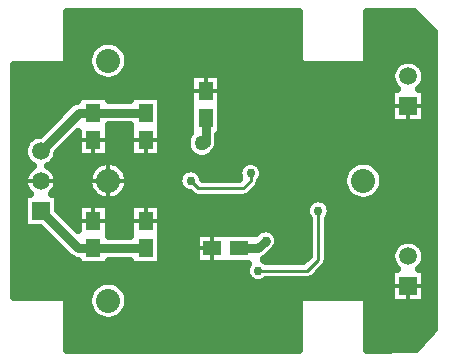
<source format=gbr>
G04 DipTrace 3.3.1.3*
G04 Bottom.gbr*
%MOIN*%
G04 #@! TF.FileFunction,Copper,L2,Bot*
G04 #@! TF.Part,Single*
G04 #@! TA.AperFunction,ViaPad*
%ADD14C,0.03*%
G04 #@! TA.AperFunction,Conductor*
%ADD16C,0.01*%
G04 #@! TA.AperFunction,CopperBalancing*
%ADD17C,0.025*%
%ADD18C,0.013*%
%ADD20R,0.05X0.06*%
%ADD21R,0.06X0.05*%
G04 #@! TA.AperFunction,ViaPad*
%ADD22C,0.05*%
G04 #@! TA.AperFunction,ComponentPad*
%ADD23R,0.05937X0.05937*%
%ADD24C,0.05937*%
%ADD30C,0.08*%
%FSLAX26Y26*%
G04*
G70*
G90*
G75*
G01*
G04 Bottom*
%LPD*%
X300000Y827500D2*
D14*
X254075D1*
X125000Y698425D1*
X475000Y827500D2*
X300000D1*
X675000Y810000D2*
Y725000D1*
X662500D1*
X300000Y375000D2*
X250000D1*
X125000Y500000D1*
X475000Y375000D2*
X300000D1*
X875000Y400000D2*
X850000Y375000D1*
X787500D1*
X625000Y600000D2*
D16*
X650000Y575000D1*
X800000D1*
X825000Y600000D1*
Y625000D1*
X1050000Y500000D2*
Y337500D1*
X1012500Y300000D1*
X850000D1*
D14*
X875000Y400000D3*
X625000Y600000D3*
X825000Y625000D3*
X850000Y300000D3*
X1050000Y500000D3*
D22*
Y250000D3*
Y775000D3*
X662500Y725000D3*
X214989Y1137631D2*
D17*
X985016D1*
X1215010D2*
X1392194D1*
X214989Y1112762D2*
X985016D1*
X1215010D2*
X1417061D1*
X214989Y1087894D2*
X985016D1*
X1215010D2*
X1435004D1*
X214989Y1063025D2*
X326290D1*
X373705D2*
X985016D1*
X1215010D2*
X1435004D1*
X214989Y1038156D2*
X293025D1*
X406970D2*
X985016D1*
X1215010D2*
X1435004D1*
X214989Y1013287D2*
X282332D1*
X417663D2*
X985016D1*
X1215010D2*
X1435004D1*
X207202Y988419D2*
X282009D1*
X417986D2*
X992803D1*
X1207187D2*
X1308045D1*
X1391955D2*
X1435004D1*
X40018Y963550D2*
X291877D1*
X408118D2*
X1293405D1*
X1406595D2*
X1435004D1*
X40018Y938681D2*
X321768D1*
X378226D2*
X621007D1*
X728994D2*
X1292149D1*
X1407851D2*
X1435004D1*
X40018Y913812D2*
X621007D1*
X728994D2*
X1303237D1*
X1396763D2*
X1435004D1*
X40018Y888944D2*
X621007D1*
X728994D2*
X1291323D1*
X1408677D2*
X1435004D1*
X40018Y864075D2*
X231950D1*
X529012D2*
X621007D1*
X728994D2*
X1291323D1*
X1408677D2*
X1435004D1*
X40018Y839206D2*
X204607D1*
X529012D2*
X621007D1*
X728994D2*
X1291323D1*
X1408677D2*
X1435004D1*
X40018Y814337D2*
X179739D1*
X529012D2*
X621007D1*
X728994D2*
X1291323D1*
X1408677D2*
X1435004D1*
X40018Y789469D2*
X154871D1*
X529012D2*
X621007D1*
X728994D2*
X1435004D1*
X40018Y764600D2*
X129967D1*
X354005D2*
X420988D1*
X529012D2*
X621007D1*
X728994D2*
X1435004D1*
X40018Y739731D2*
X84430D1*
X227513D2*
X246017D1*
X354005D2*
X420988D1*
X529012D2*
X610636D1*
X718983D2*
X1435004D1*
X40018Y714862D2*
X68785D1*
X202609D2*
X246017D1*
X354005D2*
X420988D1*
X529012D2*
X609524D1*
X717727D2*
X1435004D1*
X40018Y689993D2*
X66955D1*
X183052D2*
X246017D1*
X354005D2*
X420988D1*
X529012D2*
X622227D1*
X702763D2*
X1435004D1*
X40018Y665125D2*
X77254D1*
X172754D2*
X334041D1*
X365954D2*
X811911D1*
X838082D2*
X1184030D1*
X1215943D2*
X1435004D1*
X40018Y640256D2*
X85005D1*
X165003D2*
X294568D1*
X405427D2*
X612430D1*
X637597D2*
X783921D1*
X866108D2*
X1144557D1*
X1255415D2*
X1435004D1*
X40018Y615387D2*
X68928D1*
X181079D2*
X282798D1*
X417197D2*
X583974D1*
X666053D2*
X782127D1*
X867866D2*
X1132787D1*
X1267185D2*
X1435004D1*
X40018Y590518D2*
X66883D1*
X183124D2*
X281686D1*
X418309D2*
X582108D1*
X857531D2*
X1131675D1*
X1268334D2*
X1435004D1*
X40018Y565650D2*
X76859D1*
X173148D2*
X290549D1*
X409446D2*
X599225D1*
X837688D2*
X1140574D1*
X1259434D2*
X1435004D1*
X40018Y540781D2*
X66309D1*
X183698D2*
X317247D1*
X382748D2*
X1039811D1*
X1060205D2*
X1167236D1*
X1232772D2*
X1435004D1*
X40018Y515912D2*
X66309D1*
X183698D2*
X246017D1*
X354005D2*
X420988D1*
X529012D2*
X1009166D1*
X1090815D2*
X1435004D1*
X40018Y491043D2*
X66309D1*
X195145D2*
X246017D1*
X354005D2*
X420988D1*
X529012D2*
X1006977D1*
X1093039D2*
X1435004D1*
X40018Y466175D2*
X66309D1*
X220013D2*
X246017D1*
X354005D2*
X420988D1*
X529012D2*
X1015984D1*
X1083997D2*
X1435004D1*
X40018Y441306D2*
X122504D1*
X354005D2*
X420988D1*
X529012D2*
X868500D1*
X881528D2*
X1015984D1*
X1083997D2*
X1435004D1*
X40018Y416437D2*
X147371D1*
X529012D2*
X638482D1*
X915592D2*
X1015984D1*
X1083997D2*
X1435004D1*
X40018Y391568D2*
X172239D1*
X529012D2*
X638482D1*
X918140D2*
X1015984D1*
X1083997D2*
X1311490D1*
X1388510D2*
X1435004D1*
X40018Y366699D2*
X197107D1*
X529012D2*
X638482D1*
X902889D2*
X1015984D1*
X1083997D2*
X1294373D1*
X1405627D2*
X1435004D1*
X40018Y341831D2*
X222549D1*
X529012D2*
X638482D1*
X877447D2*
X1007300D1*
X1083997D2*
X1291718D1*
X1408282D2*
X1435004D1*
X40018Y316962D2*
X809614D1*
X1076389D2*
X1300940D1*
X1399060D2*
X1435004D1*
X40018Y292093D2*
X806743D1*
X1051629D2*
X1291323D1*
X1408677D2*
X1435004D1*
X40018Y267224D2*
X822030D1*
X877950D2*
X1291323D1*
X1408677D2*
X1435004D1*
X40018Y242356D2*
X296219D1*
X403776D2*
X1291323D1*
X1408677D2*
X1435004D1*
X40018Y217487D2*
X283337D1*
X416658D2*
X1291323D1*
X1408677D2*
X1435004D1*
X214989Y192618D2*
X281399D1*
X418596D2*
X985016D1*
X1215010D2*
X1435004D1*
X214989Y167749D2*
X289329D1*
X410666D2*
X985016D1*
X1215010D2*
X1435004D1*
X214989Y142881D2*
X313443D1*
X386552D2*
X985016D1*
X1215010D2*
X1435004D1*
X214989Y118012D2*
X985016D1*
X1215010D2*
X1435004D1*
X214989Y93143D2*
X985016D1*
X1215010D2*
X1424346D1*
X214989Y68274D2*
X985016D1*
X1215010D2*
X1401667D1*
X214989Y43406D2*
X985016D1*
X1215010D2*
X1378988D1*
X351500Y333500D2*
Y318500D1*
X248500D1*
Y333535D1*
X243508Y334011D1*
X237176Y335531D1*
X231159Y338023D1*
X225607Y341426D1*
X220655Y345655D1*
X122483Y443827D1*
X68815Y443815D1*
Y556185D1*
X87941D1*
X82825Y561303D1*
X78344Y567121D1*
X74659Y573474D1*
X71835Y580253D1*
X69919Y587342D1*
X68944Y594621D1*
X68927Y601965D1*
X69867Y609248D1*
X71750Y616347D1*
X74542Y623139D1*
X78197Y629509D1*
X82651Y635348D1*
X87828Y640556D1*
X93641Y645044D1*
X99384Y648423D1*
X91975Y652971D1*
X85271Y658696D1*
X79545Y665400D1*
X74939Y672918D1*
X71565Y681063D1*
X69507Y689636D1*
X68815Y698425D1*
X69507Y707214D1*
X71565Y715787D1*
X74939Y723933D1*
X79545Y731450D1*
X85271Y738154D1*
X91975Y743880D1*
X99493Y748486D1*
X107638Y751860D1*
X116211Y753919D1*
X122400Y754508D1*
X227123Y859057D1*
X232391Y862885D1*
X238193Y865841D1*
X244387Y867853D1*
X247595Y868491D1*
X248500Y872050D1*
Y884000D1*
X351500D1*
Y868964D1*
X423477Y869000D1*
X423500Y884000D1*
X526500D1*
Y681000D1*
X423500D1*
Y786004D1*
X351523Y786000D1*
X351500Y681000D1*
X248500D1*
Y763239D1*
X181137Y695873D1*
X180493Y689636D1*
X178435Y681063D1*
X175061Y672918D1*
X170455Y665400D1*
X164729Y658696D1*
X158025Y652971D1*
X150613Y648423D1*
X156029Y645265D1*
X161873Y640818D1*
X167087Y635647D1*
X171582Y629839D1*
X175282Y623495D1*
X178122Y616723D1*
X180055Y609638D1*
X181047Y602362D1*
X181065Y594753D1*
X180107Y587472D1*
X178208Y580378D1*
X175399Y573593D1*
X171730Y567231D1*
X167262Y561403D1*
X162045Y556183D1*
X181185Y556185D1*
Y502538D1*
X248508Y435182D1*
X248500Y521500D1*
X351500D1*
Y416496D1*
X423477Y416500D1*
X423500Y521500D1*
X526500D1*
Y318500D1*
X423500D1*
Y333535D1*
X351523Y333500D1*
X740186Y426500D2*
X842802D1*
X848048Y431557D1*
X853316Y435385D1*
X859119Y438341D1*
X865312Y440353D1*
X871744Y441372D1*
X878256D1*
X884688Y440353D1*
X890881Y438341D1*
X896684Y435385D1*
X901952Y431557D1*
X906557Y426952D1*
X910385Y421684D1*
X913341Y415881D1*
X915353Y409688D1*
X916372Y403256D1*
Y396744D1*
X915353Y390312D1*
X913341Y384119D1*
X910385Y378316D1*
X906557Y373048D1*
X879345Y345655D1*
X874393Y341426D1*
X868829Y338018D1*
X868841Y336977D1*
X874393Y333574D1*
X877018Y331496D1*
X999458Y331500D1*
X1018518Y350566D1*
X1018443Y473048D1*
X1014615Y478316D1*
X1011659Y484119D1*
X1009647Y490312D1*
X1008628Y496744D1*
Y503256D1*
X1009647Y509688D1*
X1011659Y515881D1*
X1014615Y521684D1*
X1018443Y526952D1*
X1023048Y531557D1*
X1028316Y535385D1*
X1034119Y538341D1*
X1040312Y540353D1*
X1046744Y541372D1*
X1053256D1*
X1059688Y540353D1*
X1065881Y538341D1*
X1071684Y535385D1*
X1076952Y531557D1*
X1081557Y526952D1*
X1085385Y521684D1*
X1088341Y515881D1*
X1090353Y509688D1*
X1091372Y503256D1*
Y496744D1*
X1090353Y490312D1*
X1088341Y484119D1*
X1085385Y478316D1*
X1081496Y472982D1*
X1081403Y335029D1*
X1080630Y330146D1*
X1079102Y325445D1*
X1076858Y321041D1*
X1073953Y317042D1*
X1034774Y277726D1*
X1031015Y274516D1*
X1026801Y271933D1*
X1022234Y270042D1*
X1017428Y268888D1*
X1012500Y268500D1*
X876952Y268443D1*
X871684Y264615D1*
X865881Y261659D1*
X859688Y259647D1*
X853256Y258628D1*
X846744D1*
X840312Y259647D1*
X834119Y261659D1*
X828316Y264615D1*
X823048Y268443D1*
X818443Y273048D1*
X814615Y278316D1*
X811659Y284119D1*
X809647Y290312D1*
X808628Y296744D1*
Y303256D1*
X809647Y309688D1*
X811659Y315881D1*
X814615Y321684D1*
X815825Y323493D1*
X641000Y323500D1*
Y426500D1*
X740186D1*
X625337Y956500D2*
X726500D1*
Y753500D1*
X716489D1*
X716372Y721744D1*
X715354Y715312D1*
X713341Y709119D1*
X710385Y703316D1*
X704164Y694729D1*
X698916Y688584D1*
X692771Y683336D1*
X685881Y679113D1*
X678414Y676021D1*
X670556Y674134D1*
X662500Y673500D1*
X654444Y674134D1*
X646586Y676021D1*
X639119Y679113D1*
X632229Y683336D1*
X626084Y688584D1*
X620836Y694729D1*
X616613Y701619D1*
X613521Y709086D1*
X611634Y716944D1*
X611000Y725000D1*
X611634Y733056D1*
X613521Y740914D1*
X616613Y748381D1*
X620836Y755271D1*
X623500Y758621D1*
Y956500D1*
X625337D1*
X1295652Y906185D2*
X1312956D1*
X1307277Y911936D1*
X1302094Y919069D1*
X1298092Y926924D1*
X1295367Y935309D1*
X1293988Y944017D1*
Y952833D1*
X1295367Y961541D1*
X1298092Y969926D1*
X1302094Y977782D1*
X1307277Y984914D1*
X1313511Y991149D1*
X1320643Y996331D1*
X1328499Y1000333D1*
X1336884Y1003058D1*
X1345592Y1004437D1*
X1354408D1*
X1363116Y1003058D1*
X1371501Y1000333D1*
X1379357Y996331D1*
X1386489Y991149D1*
X1392723Y984914D1*
X1397906Y977782D1*
X1401908Y969926D1*
X1404633Y961541D1*
X1406012Y952833D1*
Y944017D1*
X1404633Y935309D1*
X1401908Y926924D1*
X1397906Y919069D1*
X1392723Y911936D1*
X1387008Y906181D1*
X1406185Y906185D1*
Y793815D1*
X1293815D1*
Y906185D1*
X1295652D1*
Y306185D2*
X1312956D1*
X1307277Y311936D1*
X1302094Y319069D1*
X1298092Y326924D1*
X1295367Y335309D1*
X1293988Y344017D1*
Y352833D1*
X1295367Y361541D1*
X1298092Y369926D1*
X1302094Y377782D1*
X1307277Y384914D1*
X1313511Y391149D1*
X1320643Y396331D1*
X1328499Y400333D1*
X1336884Y403058D1*
X1345592Y404437D1*
X1354408D1*
X1363116Y403058D1*
X1371501Y400333D1*
X1379357Y396331D1*
X1386489Y391149D1*
X1392723Y384914D1*
X1397906Y377782D1*
X1401908Y369926D1*
X1404633Y361541D1*
X1406012Y352833D1*
Y344017D1*
X1404633Y335309D1*
X1401908Y326924D1*
X1397906Y319069D1*
X1392723Y311936D1*
X1387008Y306181D1*
X1406185Y306185D1*
Y193815D1*
X1293815D1*
Y306185D1*
X1295652D1*
X416295Y194782D2*
X414663Y184476D1*
X411438Y174552D1*
X406701Y165254D1*
X400567Y156812D1*
X393188Y149433D1*
X384746Y143299D1*
X375448Y138562D1*
X365524Y135337D1*
X355218Y133705D1*
X344782D1*
X334476Y135337D1*
X324552Y138562D1*
X315254Y143299D1*
X306812Y149433D1*
X299433Y156812D1*
X293299Y165254D1*
X288562Y174552D1*
X285337Y184476D1*
X283705Y194782D1*
Y205218D1*
X285337Y215524D1*
X288562Y225448D1*
X293299Y234746D1*
X299433Y243188D1*
X306812Y250567D1*
X315254Y256701D1*
X324552Y261438D1*
X334476Y264663D1*
X344782Y266295D1*
X355218D1*
X365524Y264663D1*
X375448Y261438D1*
X384746Y256701D1*
X393188Y250567D1*
X400567Y243188D1*
X406701Y234746D1*
X411438Y225448D1*
X414663Y215524D1*
X416295Y205218D1*
Y194782D1*
X416475Y598163D2*
X415867Y590843D1*
X414455Y583634D1*
X412257Y576626D1*
X409299Y569902D1*
X405618Y563546D1*
X401258Y557634D1*
X396273Y552240D1*
X390723Y547428D1*
X384677Y543257D1*
X378207Y539779D1*
X371393Y537035D1*
X364319Y535060D1*
X357069Y533877D1*
X349734Y533501D1*
X342401Y533936D1*
X335161Y535177D1*
X328103Y537209D1*
X321311Y540007D1*
X314870Y543537D1*
X308857Y547756D1*
X303346Y552612D1*
X298404Y558046D1*
X294092Y563993D1*
X290462Y570378D1*
X287558Y577125D1*
X285416Y584151D1*
X284062Y591371D1*
X283513Y598696D1*
X283775Y606036D1*
X284844Y613303D1*
X286709Y620408D1*
X289346Y627264D1*
X292723Y633787D1*
X296798Y639898D1*
X301523Y645522D1*
X306839Y650591D1*
X312682Y655042D1*
X318980Y658822D1*
X325657Y661884D1*
X332630Y664192D1*
X339816Y665716D1*
X347126Y666438D1*
X354471Y666350D1*
X361761Y665452D1*
X368908Y663755D1*
X375824Y661281D1*
X382425Y658059D1*
X388630Y654129D1*
X394364Y649538D1*
X399557Y644343D1*
X404145Y638607D1*
X408073Y632400D1*
X411292Y625798D1*
X413763Y618881D1*
X415457Y611733D1*
X416351Y604443D1*
X416475Y598163D1*
X416295Y994782D2*
X414663Y984476D1*
X411438Y974552D1*
X406701Y965254D1*
X400567Y956812D1*
X393188Y949433D1*
X384746Y943299D1*
X375448Y938562D1*
X365524Y935337D1*
X355218Y933705D1*
X344782D1*
X334476Y935337D1*
X324552Y938562D1*
X315254Y943299D1*
X306812Y949433D1*
X299433Y956812D1*
X293299Y965254D1*
X288562Y974552D1*
X285337Y984476D1*
X283705Y994782D1*
Y1005218D1*
X285337Y1015524D1*
X288562Y1025448D1*
X293299Y1034746D1*
X299433Y1043188D1*
X306812Y1050567D1*
X315254Y1056701D1*
X324552Y1061438D1*
X334476Y1064663D1*
X344782Y1066295D1*
X355218D1*
X365524Y1064663D1*
X375448Y1061438D1*
X384746Y1056701D1*
X393188Y1050567D1*
X400567Y1043188D1*
X406701Y1034746D1*
X411438Y1025448D1*
X414663Y1015524D1*
X416295Y1005218D1*
Y994782D1*
X1266295Y594782D2*
X1264663Y584476D1*
X1261438Y574552D1*
X1256701Y565254D1*
X1250567Y556812D1*
X1243188Y549433D1*
X1234746Y543299D1*
X1225448Y538562D1*
X1215524Y535337D1*
X1205218Y533705D1*
X1194782D1*
X1184476Y535337D1*
X1174552Y538562D1*
X1165254Y543299D1*
X1156812Y549433D1*
X1149433Y556812D1*
X1143299Y565254D1*
X1138562Y574552D1*
X1135337Y584476D1*
X1133705Y594782D1*
Y605218D1*
X1135337Y615524D1*
X1138562Y625448D1*
X1143299Y634746D1*
X1149433Y643188D1*
X1156812Y650567D1*
X1165254Y656701D1*
X1174552Y661438D1*
X1184476Y664663D1*
X1194782Y666295D1*
X1205218D1*
X1215524Y664663D1*
X1225448Y661438D1*
X1234746Y656701D1*
X1243188Y650567D1*
X1250567Y643188D1*
X1256701Y634746D1*
X1261438Y625448D1*
X1264663Y615524D1*
X1266295Y605218D1*
Y594782D1*
X665968Y606500D2*
X786970D1*
X786659Y609119D1*
X784647Y615312D1*
X783628Y621744D1*
Y628256D1*
X784647Y634688D1*
X786659Y640881D1*
X789615Y646684D1*
X793443Y651952D1*
X798048Y656557D1*
X803316Y660385D1*
X809119Y663341D1*
X815312Y665353D1*
X821744Y666372D1*
X828256D1*
X834688Y665353D1*
X840881Y663341D1*
X846684Y660385D1*
X851952Y656557D1*
X856557Y651952D1*
X860385Y646684D1*
X863341Y640881D1*
X865353Y634688D1*
X866372Y628256D1*
Y621744D1*
X865353Y615312D1*
X863341Y609119D1*
X860385Y603316D1*
X856427Y597908D1*
X855630Y592646D1*
X854102Y587945D1*
X851858Y583541D1*
X848953Y579542D1*
X822274Y552726D1*
X818515Y549516D1*
X814301Y546933D1*
X809734Y545042D1*
X804928Y543888D1*
X799990Y543500D1*
X647529Y543597D1*
X642646Y544370D1*
X637945Y545898D1*
X633541Y548142D1*
X629542Y551047D1*
X621744Y558628D1*
X615312Y559647D1*
X609119Y561659D1*
X603316Y564615D1*
X598048Y568443D1*
X593443Y573048D1*
X589615Y578316D1*
X586659Y584119D1*
X584647Y590312D1*
X583628Y596744D1*
Y603256D1*
X584647Y609688D1*
X586659Y615881D1*
X589615Y621684D1*
X593443Y626952D1*
X598048Y631557D1*
X603316Y635385D1*
X609119Y638341D1*
X615312Y640353D1*
X621744Y641372D1*
X628256D1*
X634688Y640353D1*
X640881Y638341D1*
X646684Y635385D1*
X651952Y631557D1*
X656557Y626952D1*
X660385Y621684D1*
X663341Y615881D1*
X665353Y609688D1*
X665987Y606505D1*
X199964Y987500D2*
X37481D1*
X37500Y212522D1*
X201955Y212346D1*
X204784Y211549D1*
X207347Y210113D1*
X209505Y208118D1*
X211138Y205675D1*
X212155Y202918D1*
X212500Y199996D1*
Y37481D1*
X987478Y37500D1*
X987654Y201955D1*
X988451Y204784D1*
X989887Y207347D1*
X991882Y209505D1*
X994325Y211138D1*
X997082Y212155D1*
X1000004Y212500D1*
X1201955Y212346D1*
X1204784Y211549D1*
X1207347Y210113D1*
X1209505Y208118D1*
X1211138Y205675D1*
X1212155Y202918D1*
X1212500Y199996D1*
Y37552D1*
X1376681Y38101D1*
X1437504Y104846D1*
X1437500Y1094802D1*
X1370237Y1162076D1*
X1212507Y1162470D1*
X1212346Y998045D1*
X1211549Y995216D1*
X1210113Y992653D1*
X1208118Y990495D1*
X1205675Y988862D1*
X1202918Y987845D1*
X1199996Y987500D1*
X998045Y987654D1*
X995216Y988451D1*
X992653Y989887D1*
X990495Y991882D1*
X988862Y994325D1*
X987845Y997082D1*
X987500Y1000004D1*
Y1162519D1*
X212522Y1162500D1*
X212346Y998045D1*
X211549Y995216D1*
X210113Y992653D1*
X208118Y990495D1*
X205675Y988862D1*
X202918Y987845D1*
X199996Y987500D1*
X300000Y521464D2*
D18*
Y465000D1*
X248536D2*
X351464D1*
X300000Y737500D2*
Y681036D1*
X248536Y737500D2*
X351464D1*
X475000Y521464D2*
Y465000D1*
X423536D2*
X526464D1*
X475000Y737500D2*
Y681036D1*
X423536Y737500D2*
X526464D1*
X697500Y426464D2*
Y323536D1*
X641036Y375000D2*
X697500D1*
X675000Y956464D2*
Y900000D1*
X623536D2*
X726464D1*
X68851Y598425D2*
X181149D1*
X1350000Y850000D2*
Y793851D1*
X1293851Y850000D2*
X1406149D1*
X1350000Y250000D2*
Y193851D1*
X1293851Y250000D2*
X1406149D1*
X350000Y666464D2*
Y533536D1*
X283536Y600000D2*
X416464D1*
D20*
X300000Y375000D3*
Y465000D3*
Y737500D3*
Y827500D3*
X475000Y375000D3*
Y465000D3*
Y737500D3*
Y827500D3*
D21*
X787500Y375000D3*
X697500D3*
D20*
X675000Y900000D3*
Y810000D3*
D23*
X125000Y500000D3*
D24*
Y598425D3*
Y698425D3*
D23*
X1350000Y850000D3*
D24*
Y948425D3*
D23*
Y250000D3*
D24*
Y348425D3*
D30*
X350000Y200000D3*
Y600000D3*
Y1000000D3*
X1200000Y600000D3*
M02*

</source>
